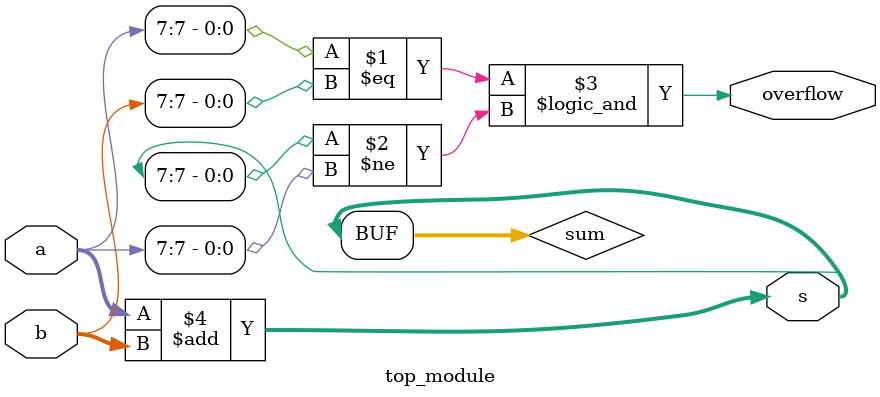
<source format=sv>
module top_module (
	input [7:0] a,
	input [7:0] b,
	output [7:0] s,
	output overflow
);
    wire [7:0] sum;
    
    assign s = sum[7:0];
    assign overflow = (a[7] == b[7]) && (s[7] != a[7]);
    
    // Adder logic
    assign sum = a + b;
endmodule

</source>
